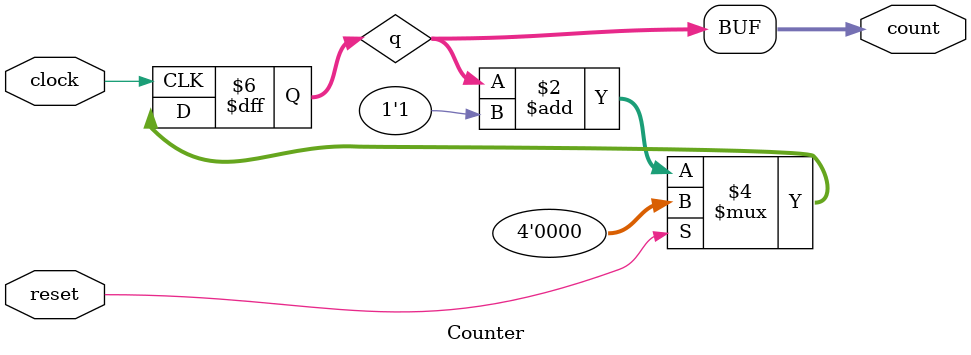
<source format=v>
module CounterTestbench();

	// Variablen für Eingabe-Stimuli
	reg clk, res;

	// Erzeuge einmaligen Verlauf für reset-Signal
	initial
	begin
		// Erstelle Waveform mit allen Variablen
		$dumpfile("simres.vcd");
		$dumpvars;
		// Reset ist für 5 Zeiteinheiten HIGH, danach LOW
		res <= 1'b1;
		#5;
		res <= 1'b0;
		#25;
		// Beende Simulation nach 30 Zeiteinheiten
		$finish;
	end

	// Erzeuge periodischen Verlauf für clock-Signal
	always
	begin
		clk <= 1'b0; #2; clk <= 1'b1; #2;
	end

	// Instanz des zu testenden Moduls
	wire [3:0] out;
	Counter counter(.clock(clk), .reset(res), .count(out));
endmodule

module Counter #(parameter N = 4)
(
	input clock,
	input reset,
	output [N-1:0] count
);
	reg [N-1:0] q;
	always @(posedge clock)
	begin
		if (reset)
			q <= 'b0;
		else
			q <= q + 1'b1;
	end
	assign count = q;
endmodule

</source>
